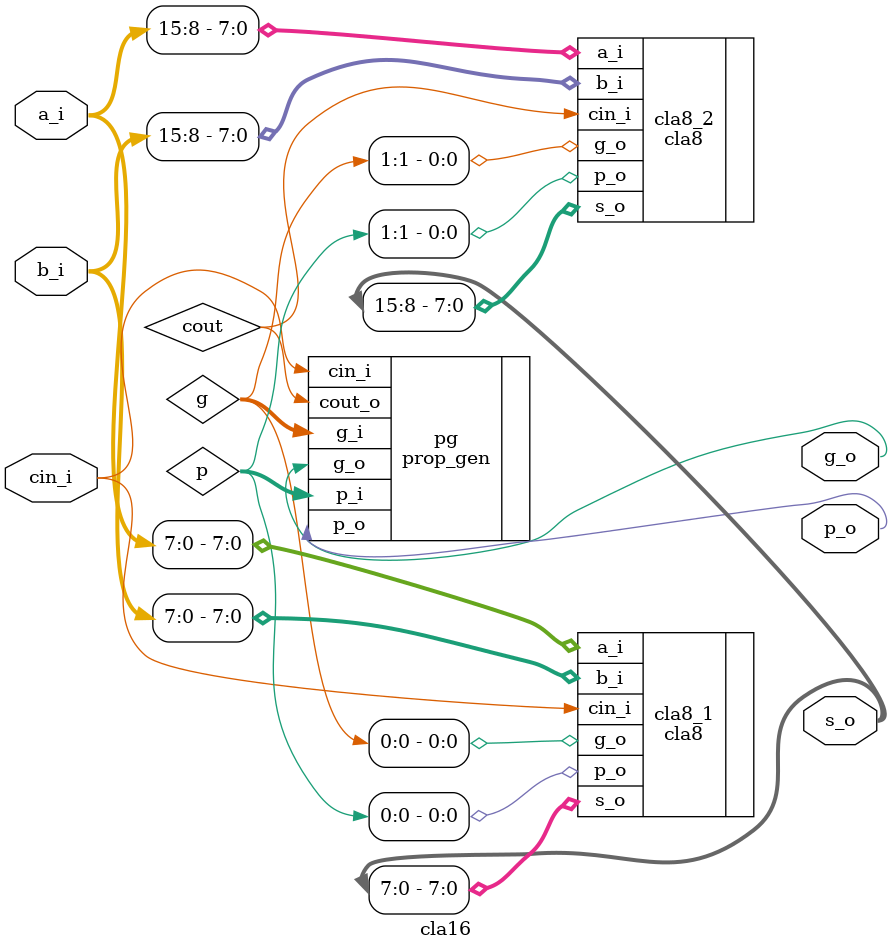
<source format=v>
module cla16
(
input [15:0] a_i,
input [15:0] b_i,
input cin_i,
output p_o,
output g_o,
output [15:0] s_o
);

wire [1:0] p,g;
wire cout;

cla8 cla8_1 
(
.a_i    (a_i[7:0]),
.b_i    (b_i[7:0]),
.cin_i  (cin_i),
.p_o    (p[0]),
.g_o    (g[0]),
.s_o    (s_o[7:0])
);

cla8 cla8_2 
(
.a_i    (a_i[15:8]),
.b_i    (b_i[15:8]),
.cin_i  (cout),
.p_o    (p[1]),
.g_o    (g[1]),
.s_o    (s_o[15:8])
);

prop_gen pg
(
.cin_i  (cin_i),
.p_i    (p),
.g_i    (g),
.cout_o (cout),
.p_o    (p_o),
.g_o    (g_o)
);

endmodule


</source>
